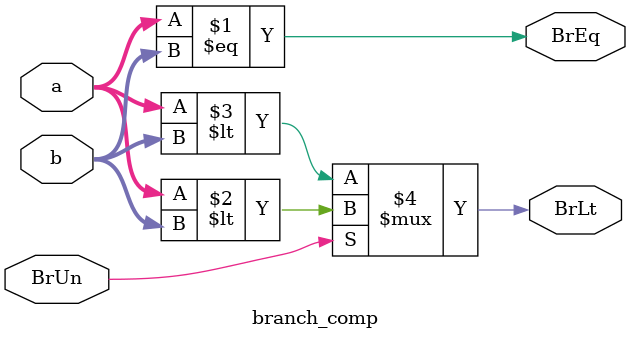
<source format=sv>

module branch_comp (
    input  logic [31:0] a,
    input  logic [31:0] b,
    input  logic        BrUn,
    output logic        BrEq,
    output logic        BrLt
);

assign BrEq = (a==b);
assign BrLt = BrUn? (a < b) : ( $signed (a) < $signed (b) );

endmodule
</source>
